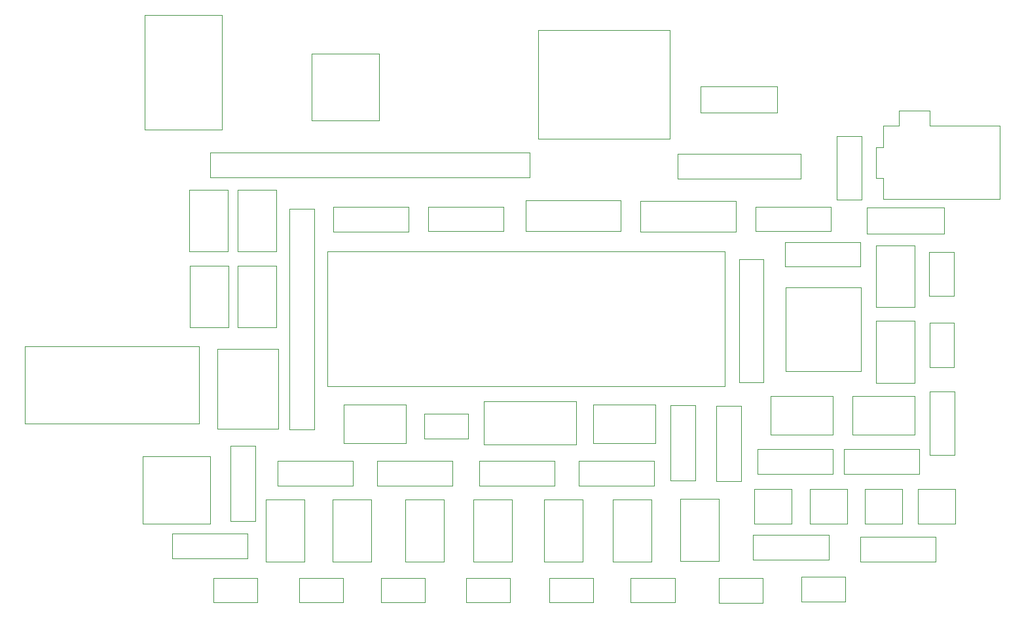
<source format=gbr>
G04 #@! TF.FileFunction,Other,User*
%FSLAX46Y46*%
G04 Gerber Fmt 4.6, Leading zero omitted, Abs format (unit mm)*
G04 Created by KiCad (PCBNEW 4.0.5+dfsg1-4) date Sat Jul  7 08:12:10 2018*
%MOMM*%
%LPD*%
G01*
G04 APERTURE LIST*
%ADD10C,0.100000*%
%ADD11C,0.050000*%
G04 APERTURE END LIST*
D10*
D11*
X171100000Y-69566000D02*
X154100000Y-69566000D01*
X171100000Y-69566000D02*
X171100000Y-55516000D01*
X154100000Y-55516000D02*
X154100000Y-69566000D01*
X154100000Y-55516000D02*
X171100000Y-55516000D01*
X115292000Y-93956000D02*
X115292000Y-85956000D01*
X115292000Y-85956000D02*
X120292000Y-85956000D01*
X120292000Y-85956000D02*
X120292000Y-93956000D01*
X120292000Y-93956000D02*
X115292000Y-93956000D01*
X202795000Y-107846000D02*
X194795000Y-107846000D01*
X194795000Y-107846000D02*
X194795000Y-102846000D01*
X194795000Y-102846000D02*
X202795000Y-102846000D01*
X202795000Y-102846000D02*
X202795000Y-107846000D01*
X192190000Y-107846000D02*
X184190000Y-107846000D01*
X184190000Y-107846000D02*
X184190000Y-102846000D01*
X184190000Y-102846000D02*
X192190000Y-102846000D01*
X192190000Y-102846000D02*
X192190000Y-107846000D01*
X202779000Y-83336000D02*
X202779000Y-91336000D01*
X202779000Y-91336000D02*
X197779000Y-91336000D01*
X197779000Y-91336000D02*
X197779000Y-83336000D01*
X197779000Y-83336000D02*
X202779000Y-83336000D01*
X202779000Y-93115000D02*
X202779000Y-101115000D01*
X202779000Y-101115000D02*
X197779000Y-101115000D01*
X197779000Y-101115000D02*
X197779000Y-93115000D01*
X197779000Y-93115000D02*
X202779000Y-93115000D01*
X123912000Y-116229000D02*
X123912000Y-124229000D01*
X123912000Y-124229000D02*
X118912000Y-124229000D01*
X118912000Y-124229000D02*
X118912000Y-116229000D01*
X118912000Y-116229000D02*
X123912000Y-116229000D01*
X132548000Y-116229000D02*
X132548000Y-124229000D01*
X132548000Y-124229000D02*
X127548000Y-124229000D01*
X127548000Y-124229000D02*
X127548000Y-116229000D01*
X127548000Y-116229000D02*
X132548000Y-116229000D01*
X141946000Y-116229000D02*
X141946000Y-124229000D01*
X141946000Y-124229000D02*
X136946000Y-124229000D01*
X136946000Y-124229000D02*
X136946000Y-116229000D01*
X136946000Y-116229000D02*
X141946000Y-116229000D01*
X150772000Y-116229000D02*
X150772000Y-124229000D01*
X150772000Y-124229000D02*
X145772000Y-124229000D01*
X145772000Y-124229000D02*
X145772000Y-116229000D01*
X145772000Y-116229000D02*
X150772000Y-116229000D01*
X169267000Y-108926000D02*
X161267000Y-108926000D01*
X161267000Y-108926000D02*
X161267000Y-103926000D01*
X161267000Y-103926000D02*
X169267000Y-103926000D01*
X169267000Y-103926000D02*
X169267000Y-108926000D01*
X128992000Y-103926000D02*
X136992000Y-103926000D01*
X136992000Y-103926000D02*
X136992000Y-108926000D01*
X136992000Y-108926000D02*
X128992000Y-108926000D01*
X128992000Y-108926000D02*
X128992000Y-103926000D01*
X120229000Y-76160500D02*
X120229000Y-84160500D01*
X120229000Y-84160500D02*
X115229000Y-84160500D01*
X115229000Y-84160500D02*
X115229000Y-76160500D01*
X115229000Y-76160500D02*
X120229000Y-76160500D01*
X189223000Y-114844000D02*
X189223000Y-119344000D01*
X189223000Y-119344000D02*
X194073000Y-119344000D01*
X194073000Y-119344000D02*
X194073000Y-114844000D01*
X194073000Y-114844000D02*
X189223000Y-114844000D01*
X196335000Y-114844000D02*
X196335000Y-119344000D01*
X196335000Y-119344000D02*
X201185000Y-119344000D01*
X201185000Y-119344000D02*
X201185000Y-114844000D01*
X201185000Y-114844000D02*
X196335000Y-114844000D01*
X203193000Y-114844000D02*
X203193000Y-119344000D01*
X203193000Y-119344000D02*
X208043000Y-119344000D01*
X208043000Y-119344000D02*
X208043000Y-114844000D01*
X208043000Y-114844000D02*
X203193000Y-114844000D01*
X126860000Y-101557000D02*
X178260000Y-101557000D01*
X178260000Y-101557000D02*
X178260000Y-84157000D01*
X178260000Y-84157000D02*
X126860000Y-84157000D01*
X126860000Y-84157000D02*
X126860000Y-101557000D01*
X186098000Y-88824000D02*
X186098000Y-99624000D01*
X186098000Y-99624000D02*
X195898000Y-99624000D01*
X195898000Y-99624000D02*
X195898000Y-88824000D01*
X195898000Y-88824000D02*
X186098000Y-88824000D01*
X167352000Y-77629000D02*
X167352000Y-81629000D01*
X167352000Y-81629000D02*
X179652000Y-81629000D01*
X179652000Y-81629000D02*
X179652000Y-77629000D01*
X179652000Y-77629000D02*
X167352000Y-77629000D01*
X152493000Y-77502000D02*
X152493000Y-81502000D01*
X152493000Y-81502000D02*
X164793000Y-81502000D01*
X164793000Y-81502000D02*
X164793000Y-77502000D01*
X164793000Y-77502000D02*
X152493000Y-77502000D01*
X106773000Y-120638000D02*
X106773000Y-123838000D01*
X106773000Y-123838000D02*
X116523000Y-123838000D01*
X116523000Y-123838000D02*
X116523000Y-120638000D01*
X116523000Y-120638000D02*
X106773000Y-120638000D01*
X114351000Y-119033000D02*
X117551000Y-119033000D01*
X117551000Y-119033000D02*
X117551000Y-109283000D01*
X117551000Y-109283000D02*
X114351000Y-109283000D01*
X114351000Y-109283000D02*
X114351000Y-119033000D01*
X120426000Y-111240000D02*
X120426000Y-114440000D01*
X120426000Y-114440000D02*
X130176000Y-114440000D01*
X130176000Y-114440000D02*
X130176000Y-111240000D01*
X130176000Y-111240000D02*
X120426000Y-111240000D01*
X133252000Y-111240000D02*
X133252000Y-114440000D01*
X133252000Y-114440000D02*
X143002000Y-114440000D01*
X143002000Y-114440000D02*
X143002000Y-111240000D01*
X143002000Y-111240000D02*
X133252000Y-111240000D01*
X146460000Y-111240000D02*
X146460000Y-114440000D01*
X146460000Y-114440000D02*
X156210000Y-114440000D01*
X156210000Y-114440000D02*
X156210000Y-111240000D01*
X156210000Y-111240000D02*
X146460000Y-111240000D01*
X193641000Y-109716000D02*
X193641000Y-112916000D01*
X193641000Y-112916000D02*
X203391000Y-112916000D01*
X203391000Y-112916000D02*
X203391000Y-109716000D01*
X203391000Y-109716000D02*
X193641000Y-109716000D01*
X191677000Y-124028000D02*
X191677000Y-120828000D01*
X191677000Y-120828000D02*
X181927000Y-120828000D01*
X181927000Y-120828000D02*
X181927000Y-124028000D01*
X181927000Y-124028000D02*
X191677000Y-124028000D01*
X195800000Y-121082000D02*
X195800000Y-124282000D01*
X195800000Y-124282000D02*
X205550000Y-124282000D01*
X205550000Y-124282000D02*
X205550000Y-121082000D01*
X205550000Y-121082000D02*
X195800000Y-121082000D01*
X182465000Y-109716000D02*
X182465000Y-112916000D01*
X182465000Y-112916000D02*
X192215000Y-112916000D01*
X192215000Y-112916000D02*
X192215000Y-109716000D01*
X192215000Y-109716000D02*
X182465000Y-109716000D01*
X191994000Y-81546500D02*
X191994000Y-78346500D01*
X191994000Y-78346500D02*
X182244000Y-78346500D01*
X182244000Y-78346500D02*
X182244000Y-81546500D01*
X182244000Y-81546500D02*
X191994000Y-81546500D01*
X186021000Y-82918500D02*
X186021000Y-86118500D01*
X186021000Y-86118500D02*
X195771000Y-86118500D01*
X195771000Y-86118500D02*
X195771000Y-82918500D01*
X195771000Y-82918500D02*
X186021000Y-82918500D01*
X127601000Y-78410000D02*
X127601000Y-81610000D01*
X127601000Y-81610000D02*
X137351000Y-81610000D01*
X137351000Y-81610000D02*
X137351000Y-78410000D01*
X137351000Y-78410000D02*
X127601000Y-78410000D01*
X139856000Y-78346500D02*
X139856000Y-81546500D01*
X139856000Y-81546500D02*
X149606000Y-81546500D01*
X149606000Y-81546500D02*
X149606000Y-78346500D01*
X149606000Y-78346500D02*
X139856000Y-78346500D01*
X159012000Y-109099000D02*
X159012000Y-103499000D01*
X159012000Y-103499000D02*
X147112000Y-103499000D01*
X147112000Y-103499000D02*
X147112000Y-109099000D01*
X147112000Y-109099000D02*
X159012000Y-109099000D01*
X117805000Y-126352000D02*
X112105000Y-126352000D01*
X112105000Y-126352000D02*
X112105000Y-129552000D01*
X112105000Y-129552000D02*
X117805000Y-129552000D01*
X117805000Y-129552000D02*
X117805000Y-126352000D01*
X128918000Y-126352000D02*
X123218000Y-126352000D01*
X123218000Y-126352000D02*
X123218000Y-129552000D01*
X123218000Y-129552000D02*
X128918000Y-129552000D01*
X128918000Y-129552000D02*
X128918000Y-126352000D01*
X139458000Y-126352000D02*
X133758000Y-126352000D01*
X133758000Y-126352000D02*
X133758000Y-129552000D01*
X133758000Y-129552000D02*
X139458000Y-129552000D01*
X139458000Y-129552000D02*
X139458000Y-126352000D01*
X150508000Y-126352000D02*
X144808000Y-126352000D01*
X144808000Y-126352000D02*
X144808000Y-129552000D01*
X144808000Y-129552000D02*
X150508000Y-129552000D01*
X150508000Y-129552000D02*
X150508000Y-126352000D01*
X161239000Y-126352000D02*
X155539000Y-126352000D01*
X155539000Y-126352000D02*
X155539000Y-129552000D01*
X155539000Y-129552000D02*
X161239000Y-129552000D01*
X161239000Y-129552000D02*
X161239000Y-126352000D01*
X204648000Y-84188500D02*
X204648000Y-89888500D01*
X204648000Y-89888500D02*
X207848000Y-89888500D01*
X207848000Y-89888500D02*
X207848000Y-84188500D01*
X207848000Y-84188500D02*
X204648000Y-84188500D01*
X204712000Y-93396000D02*
X204712000Y-99096000D01*
X204712000Y-99096000D02*
X207912000Y-99096000D01*
X207912000Y-99096000D02*
X207912000Y-93396000D01*
X207912000Y-93396000D02*
X204712000Y-93396000D01*
X204775000Y-102286000D02*
X204775000Y-110486000D01*
X204775000Y-110486000D02*
X207975000Y-110486000D01*
X207975000Y-110486000D02*
X207975000Y-102286000D01*
X207975000Y-102286000D02*
X204775000Y-102286000D01*
X185046000Y-66216000D02*
X185046000Y-62816000D01*
X185046000Y-62816000D02*
X175096000Y-62816000D01*
X175096000Y-62816000D02*
X175096000Y-66216000D01*
X175096000Y-66216000D02*
X185046000Y-66216000D01*
X196652000Y-78437000D02*
X196652000Y-81837000D01*
X196652000Y-81837000D02*
X206602000Y-81837000D01*
X206602000Y-81837000D02*
X206602000Y-78437000D01*
X206602000Y-78437000D02*
X196652000Y-78437000D01*
X172136000Y-74752000D02*
X188036000Y-74752000D01*
X188036000Y-74752000D02*
X188036000Y-71552000D01*
X188036000Y-71552000D02*
X172136000Y-71552000D01*
X172136000Y-71552000D02*
X172136000Y-74752000D01*
X139370000Y-108344000D02*
X145070000Y-108344000D01*
X145070000Y-108344000D02*
X145070000Y-105144000D01*
X145070000Y-105144000D02*
X139370000Y-105144000D01*
X139370000Y-105144000D02*
X139370000Y-108344000D01*
X103204000Y-68370000D02*
X113204000Y-68370000D01*
X103204000Y-53570000D02*
X113204000Y-53570000D01*
X103204000Y-53570000D02*
X103204000Y-68370000D01*
X113204000Y-53570000D02*
X113204000Y-68370000D01*
X110250000Y-106433000D02*
X110250000Y-96433000D01*
X110250000Y-96433000D02*
X87700000Y-96433000D01*
X87700000Y-96433000D02*
X87700000Y-106433000D01*
X87700000Y-106433000D02*
X110250000Y-106433000D01*
X112596000Y-96741000D02*
X112596000Y-107091000D01*
X112596000Y-107091000D02*
X120496000Y-107091000D01*
X120496000Y-107091000D02*
X120496000Y-96741000D01*
X120496000Y-96741000D02*
X112596000Y-96741000D01*
X114006000Y-76160500D02*
X114006000Y-84160500D01*
X114006000Y-84160500D02*
X109006000Y-84160500D01*
X109006000Y-84160500D02*
X109006000Y-76160500D01*
X109006000Y-76160500D02*
X114006000Y-76160500D01*
X111684000Y-74561500D02*
X152984000Y-74561500D01*
X152984000Y-74561500D02*
X152984000Y-71361500D01*
X152984000Y-71361500D02*
X111684000Y-71361500D01*
X111684000Y-71361500D02*
X111684000Y-74561500D01*
X180074000Y-85141000D02*
X180074000Y-101041000D01*
X180074000Y-101041000D02*
X183274000Y-101041000D01*
X183274000Y-101041000D02*
X183274000Y-85141000D01*
X183274000Y-85141000D02*
X180074000Y-85141000D01*
X109070000Y-93956000D02*
X109070000Y-85956000D01*
X109070000Y-85956000D02*
X114070000Y-85956000D01*
X114070000Y-85956000D02*
X114070000Y-93956000D01*
X114070000Y-93956000D02*
X109070000Y-93956000D01*
X125171000Y-107200000D02*
X125171000Y-78600000D01*
X125171000Y-78600000D02*
X121971000Y-78600000D01*
X121971000Y-78600000D02*
X121971000Y-107200000D01*
X121971000Y-107200000D02*
X125171000Y-107200000D01*
X195910000Y-77419000D02*
X195910000Y-69219000D01*
X195910000Y-69219000D02*
X192710000Y-69219000D01*
X192710000Y-69219000D02*
X192710000Y-77419000D01*
X192710000Y-77419000D02*
X195910000Y-77419000D01*
X198771000Y-77144000D02*
X198771000Y-77394000D01*
X198771000Y-77394000D02*
X213771000Y-77394000D01*
X198771000Y-77144000D02*
X198771000Y-74644000D01*
X198771000Y-74644000D02*
X197771000Y-74644000D01*
X197771000Y-74644000D02*
X197771000Y-70644000D01*
X197771000Y-70644000D02*
X198771000Y-70644000D01*
X198771000Y-70644000D02*
X198771000Y-67894000D01*
X198771000Y-67894000D02*
X200771000Y-67894000D01*
X200771000Y-67894000D02*
X200771000Y-65894000D01*
X200771000Y-65894000D02*
X204771000Y-65894000D01*
X204771000Y-65894000D02*
X204771000Y-67894000D01*
X204771000Y-67894000D02*
X213771000Y-67894000D01*
X213771000Y-67894000D02*
X213771000Y-77394000D01*
X124809000Y-67220000D02*
X133509000Y-67220000D01*
X133509000Y-67220000D02*
X133509000Y-58520000D01*
X133509000Y-58520000D02*
X124809000Y-58520000D01*
X124809000Y-58520000D02*
X124809000Y-67220000D01*
X102965000Y-119354000D02*
X111665000Y-119354000D01*
X111665000Y-119354000D02*
X111665000Y-110654000D01*
X111665000Y-110654000D02*
X102965000Y-110654000D01*
X102965000Y-110654000D02*
X102965000Y-119354000D01*
X159916000Y-116229000D02*
X159916000Y-124229000D01*
X159916000Y-124229000D02*
X154916000Y-124229000D01*
X154916000Y-124229000D02*
X154916000Y-116229000D01*
X154916000Y-116229000D02*
X159916000Y-116229000D01*
X168806000Y-116229000D02*
X168806000Y-124229000D01*
X168806000Y-124229000D02*
X163806000Y-124229000D01*
X163806000Y-124229000D02*
X163806000Y-116229000D01*
X163806000Y-116229000D02*
X168806000Y-116229000D01*
X177506000Y-116166000D02*
X177506000Y-124166000D01*
X177506000Y-124166000D02*
X172506000Y-124166000D01*
X172506000Y-124166000D02*
X172506000Y-116166000D01*
X172506000Y-116166000D02*
X177506000Y-116166000D01*
X182048000Y-114844000D02*
X182048000Y-119344000D01*
X182048000Y-119344000D02*
X186898000Y-119344000D01*
X186898000Y-119344000D02*
X186898000Y-114844000D01*
X186898000Y-114844000D02*
X182048000Y-114844000D01*
X174447000Y-104042000D02*
X171247000Y-104042000D01*
X171247000Y-104042000D02*
X171247000Y-113792000D01*
X171247000Y-113792000D02*
X174447000Y-113792000D01*
X174447000Y-113792000D02*
X174447000Y-104042000D01*
X159351000Y-111240000D02*
X159351000Y-114440000D01*
X159351000Y-114440000D02*
X169101000Y-114440000D01*
X169101000Y-114440000D02*
X169101000Y-111240000D01*
X169101000Y-111240000D02*
X159351000Y-111240000D01*
X180352000Y-104106000D02*
X177152000Y-104106000D01*
X177152000Y-104106000D02*
X177152000Y-113856000D01*
X177152000Y-113856000D02*
X180352000Y-113856000D01*
X180352000Y-113856000D02*
X180352000Y-104106000D01*
X171780000Y-126352000D02*
X166080000Y-126352000D01*
X166080000Y-126352000D02*
X166080000Y-129552000D01*
X166080000Y-129552000D02*
X171780000Y-129552000D01*
X171780000Y-129552000D02*
X171780000Y-126352000D01*
X183146000Y-126416000D02*
X177446000Y-126416000D01*
X177446000Y-126416000D02*
X177446000Y-129616000D01*
X177446000Y-129616000D02*
X183146000Y-129616000D01*
X183146000Y-129616000D02*
X183146000Y-126416000D01*
X193814000Y-126226000D02*
X188114000Y-126226000D01*
X188114000Y-126226000D02*
X188114000Y-129426000D01*
X188114000Y-129426000D02*
X193814000Y-129426000D01*
X193814000Y-129426000D02*
X193814000Y-126226000D01*
M02*

</source>
